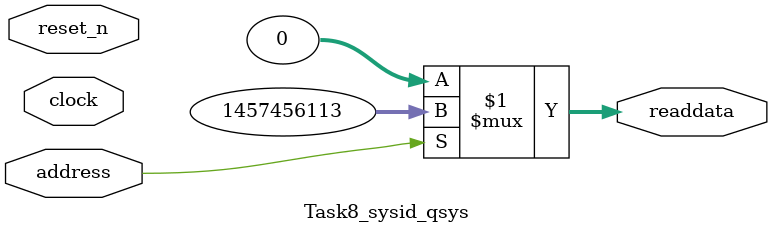
<source format=v>

`timescale 1ns / 1ps
// synthesis translate_on

// turn off superfluous verilog processor warnings 
// altera message_level Level1 
// altera message_off 10034 10035 10036 10037 10230 10240 10030 

module Task8_sysid_qsys (
               // inputs:
                address,
                clock,
                reset_n,

               // outputs:
                readdata
             )
;

  output  [ 31: 0] readdata;
  input            address;
  input            clock;
  input            reset_n;

  wire    [ 31: 0] readdata;
  //control_slave, which is an e_avalon_slave
  assign readdata = address ? 1457456113 : 0;

endmodule




</source>
